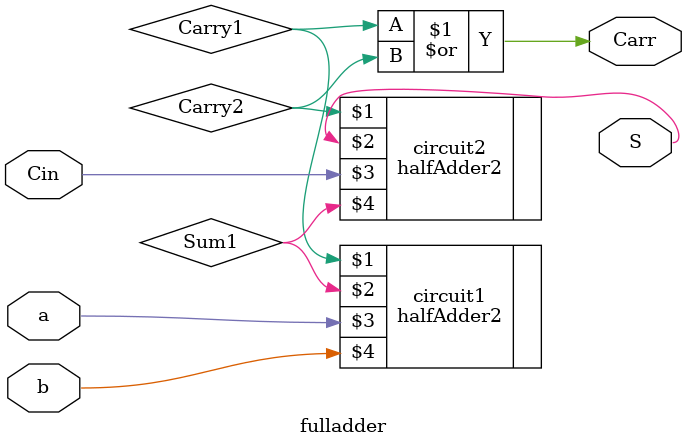
<source format=v>



module fulladder(S, Carr, a, b, Cin);

   input a, b, Cin;

   output S, Carr;

      //

   wire   Carry1, Carry2, Sum1;

      // calling our first module?
   halfAdder2 circuit1(Carry1, Sum1,a ,b);


   halfAdder2 circuit2(Carry2, S, Cin, Sum1);


      // the or gates Carr, then the outputs
      // are both carrys, carry1 and carry2
   or(Carr, Carry1, Carry2);

endmodule // fulladder

</source>
